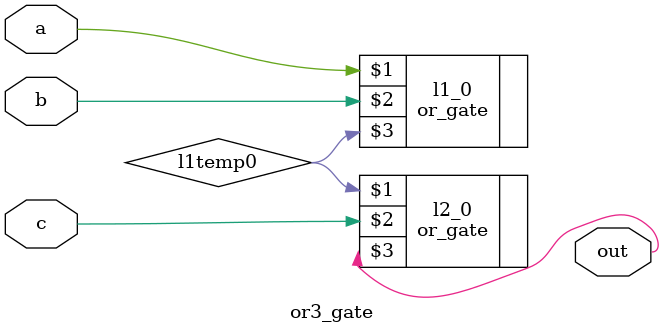
<source format=v>
`timescale 1ns/10ps

`include "lib/or_gate.v"

module or3_gate(a, b, c, out);

	//inuts
	input a, b, c;

	//output
	output out;

	//wires
	wire l1temp0;

  	or_gate l1_0(a, b, l1temp0);

  	or_gate l2_0(l1temp0, c, out);
endmodule
</source>
